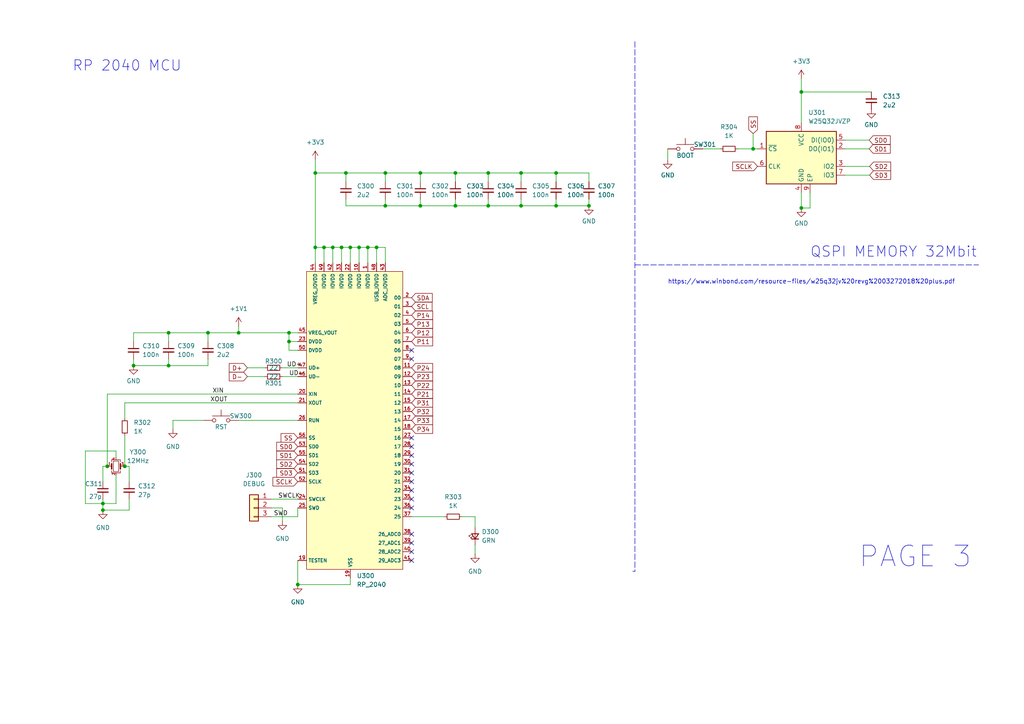
<source format=kicad_sch>
(kicad_sch (version 20211123) (generator eeschema)
  (paper "A4")
  (title_block (title "Gimble Board") (date "2022-07-04") (rev "0.2") (company "Emin Yaren"))
  (lib_symbols
    (symbol "Connector_Generic:Conn_01x03" (pin_names (offset 1.016) hide)
      (property "Reference" "J" (at 0 5.08 0))
      (property "Value" "Conn_01x03" (at 0 -5.08 0))
      (symbol "Conn_01x03_1_1"
        (rectangle (start -1.27 -2.413) (end 0 -2.667) (stroke (width 0.1524)))
        (rectangle (start -1.27 0.127) (end 0 -0.127) (stroke (width 0.1524)))
        (rectangle (start -1.27 2.667) (end 0 2.413) (stroke (width 0.1524)))
        (rectangle (start -1.27 3.81) (end 1.27 -3.81) (stroke (width 0.254)) (fill (type background)))
        (pin passive line (at -5.08 2.54 0) (length 3.81) (name "Pin_1") (number "1"))
        (pin passive line (at -5.08 0 0) (length 3.81) (name "Pin_2") (number "2"))
        (pin passive line (at -5.08 -2.54 0) (length 3.81) (name "Pin_3") (number "3"))
      )
    )
    (symbol "Device:C_Small" (pin_numbers hide) (pin_names (offset 0.254) hide)
      (property "Reference" "C" (at 0.254 1.778 0))
      (property "Value" "C_Small" (at 0.254 -2.032 0))
      (symbol "C_Small_0_1"
        (polyline (pts (xy -1.524 -0.508) (xy 1.524 -0.508)) (stroke (width 0.3302)))
        (polyline (pts (xy -1.524 0.508) (xy 1.524 0.508)) (stroke (width 0.3048)))
      )
      (symbol "C_Small_1_1"
        (pin passive line (at 0 2.54 270) (length 2.032) (name "~") (number "1"))
        (pin passive line (at 0 -2.54 90) (length 2.032) (name "~") (number "2"))
      )
    )
    (symbol "Device:Crystal_GND24_Small" (pin_names (offset 1.016) hide)
      (property "Reference" "Y" (at 1.27 4.445 0))
      (property "Value" "Crystal_GND24_Small" (at 1.27 2.54 0))
      (symbol "Crystal_GND24_Small_0_1"
        (rectangle (start -0.762 -1.524) (end 0.762 1.524))
        (polyline (pts (xy -1.27 -0.762) (xy -1.27 0.762)) (stroke (width 0.381)))
        (polyline (pts (xy 1.27 -0.762) (xy 1.27 0.762)) (stroke (width 0.381)))
        (polyline (pts (xy -1.27 -1.27) (xy -1.27 -1.905) (xy 1.27 -1.905) (xy 1.27 -1.27)))
        (polyline (pts (xy -1.27 1.27) (xy -1.27 1.905) (xy 1.27 1.905) (xy 1.27 1.27)))
      )
      (symbol "Crystal_GND24_Small_1_1"
        (pin passive line (at -2.54 0 0) (length 1.27) (name "1") (number "1"))
        (pin passive line (at 0 -2.54 90) (length 0.635) (name "2") (number "2"))
        (pin passive line (at 2.54 0 180) (length 1.27) (name "3") (number "3"))
        (pin passive line (at 0 2.54 270) (length 0.635) (name "4") (number "4"))
      )
    )
    (symbol "Device:LED_Small" (pin_numbers hide) (pin_names (offset 0.254) hide)
      (property "Reference" "D" (at -1.27 3.175 0))
      (property "Value" "LED_Small" (at -4.445 -2.54 0))
      (symbol "LED_Small_0_1"
        (polyline (pts (xy -0.762 -1.016) (xy -0.762 1.016)) (stroke (width 0.254)))
        (polyline (pts (xy 1.016 0) (xy -0.762 0)))
        (polyline (pts (xy 0.762 -1.016) (xy -0.762 0) (xy 0.762 1.016) (xy 0.762 -1.016)) (stroke (width 0.254)))
        (polyline (pts (xy 0 0.762) (xy -0.508 1.27) (xy -0.254 1.27) (xy -0.508 1.27) (xy -0.508 1.016)))
        (polyline (pts (xy 0.508 1.27) (xy 0 1.778) (xy 0.254 1.778) (xy 0 1.778) (xy 0 1.524)))
      )
      (symbol "LED_Small_1_1"
        (pin passive line (at -2.54 0 0) (length 1.778) (name "K") (number "1"))
        (pin passive line (at 2.54 0 180) (length 1.778) (name "A") (number "2"))
      )
    )
    (symbol "Device:R_Small" (pin_numbers hide) (pin_names (offset 0.254) hide)
      (property "Reference" "R" (at 0.762 0.508 0))
      (property "Value" "R_Small" (at 0.762 -1.016 0))
      (symbol "R_Small_0_1"
        (rectangle (start -0.762 1.778) (end 0.762 -1.778) (stroke (width 0.2032)))
      )
      (symbol "R_Small_1_1"
        (pin passive line (at 0 2.54 270) (length 0.762) (name "~") (number "1"))
        (pin passive line (at 0 -2.54 90) (length 0.762) (name "~") (number "2"))
      )
    )
    (symbol "MY_Library:RP_2040"
      (property "Reference" "U" (at 1.27 15.24 0))
      (property "Value" "RP_2040" (at 0 20.32 0))
      (symbol "RP_2040_0_1"
        (rectangle (start -12.7 40.64) (end 15.24 -45.72) (fill (type background)))
      )
      (symbol "RP_2040_1_1"
        (pin power_in line (at 5.08 43.18 270) (length 2.54) (name "IOVDD") (number "1"))
        (pin power_in line (at 2.54 43.18 270) (length 2.54) (name "IOVDD") (number "10"))
        (pin bidirectional line (at 17.78 12.7 180) (length 2.54) (name "08") (number "11"))
        (pin bidirectional line (at 17.78 10.16 180) (length 2.54) (name "09") (number "12"))
        (pin bidirectional line (at 17.78 7.62 180) (length 2.54) (name "10") (number "13"))
        (pin bidirectional line (at 17.78 5.08 180) (length 2.54) (name "11") (number "14"))
        (pin bidirectional line (at 17.78 2.54 180) (length 2.54) (name "12") (number "15"))
        (pin bidirectional line (at 17.78 0 180) (length 2.54) (name "13") (number "16"))
        (pin bidirectional line (at 17.78 -2.54 180) (length 2.54) (name "14") (number "17"))
        (pin bidirectional line (at 17.78 -5.08 180) (length 2.54) (name "15") (number "18"))
        (pin bidirectional line (at -15.24 -43.18 0) (length 2.54) (name "TESTEN") (number "19"))
        (pin power_in line (at 0 -48.26 90) (length 2.54) (name "VSS") (number "19"))
        (pin bidirectional line (at 17.78 33.02 180) (length 2.54) (name "00") (number "2"))
        (pin input line (at -15.24 5.08 0) (length 2.54) (name "XIN") (number "20"))
        (pin output line (at -15.24 2.54 0) (length 2.54) (name "XOUT") (number "21"))
        (pin power_in line (at 0 43.18 270) (length 2.54) (name "IOVDD") (number "22"))
        (pin power_in line (at -15.24 20.32 0) (length 2.54) (name "DVDD") (number "23"))
        (pin bidirectional line (at -15.24 -25.4 0) (length 2.54) (name "SWCLK") (number "24"))
        (pin bidirectional line (at -15.24 -27.94 0) (length 2.54) (name "SWD") (number "25"))
        (pin bidirectional line (at -15.24 -2.54 0) (length 2.54) (name "RUN") (number "26"))
        (pin bidirectional line (at 17.78 -7.62 180) (length 2.54) (name "16") (number "27"))
        (pin bidirectional line (at 17.78 -10.16 180) (length 2.54) (name "17") (number "28"))
        (pin bidirectional line (at 17.78 -12.7 180) (length 2.54) (name "18") (number "29"))
        (pin bidirectional line (at 17.78 30.48 180) (length 2.54) (name "01") (number "3"))
        (pin bidirectional line (at 17.78 -15.24 180) (length 2.54) (name "19") (number "30"))
        (pin bidirectional line (at 17.78 -17.78 180) (length 2.54) (name "20") (number "31"))
        (pin bidirectional line (at 17.78 -20.32 180) (length 2.54) (name "21") (number "32"))
        (pin power_in line (at -2.54 43.18 270) (length 2.54) (name "IOVDD") (number "33"))
        (pin bidirectional line (at 17.78 -22.86 180) (length 2.54) (name "22") (number "34"))
        (pin bidirectional line (at 17.78 -25.4 180) (length 2.54) (name "23") (number "35"))
        (pin bidirectional line (at 17.78 -27.94 180) (length 2.54) (name "24") (number "36"))
        (pin bidirectional line (at 17.78 -30.48 180) (length 2.54) (name "25") (number "37"))
        (pin bidirectional line (at 17.78 -35.56 180) (length 2.54) (name "26_ADC0") (number "38"))
        (pin bidirectional line (at 17.78 -38.1 180) (length 2.54) (name "27_ADC1") (number "39"))
        (pin bidirectional line (at 17.78 27.94 180) (length 2.54) (name "02") (number "4"))
        (pin bidirectional line (at 17.78 -40.64 180) (length 2.54) (name "28_ADC2") (number "40"))
        (pin bidirectional line (at 17.78 -43.18 180) (length 2.54) (name "29_ADC3") (number "41"))
        (pin power_in line (at -5.08 43.18 270) (length 2.54) (name "IOVDD") (number "42"))
        (pin power_in line (at 10.16 43.18 270) (length 2.54) (name "ADC_IOVDD") (number "43"))
        (pin power_in line (at -10.16 43.18 270) (length 2.54) (name "VREG_IOVDD") (number "44"))
        (pin power_out line (at -15.24 22.86 0) (length 2.54) (name "VREG_VOUT") (number "45"))
        (pin bidirectional line (at -15.24 10.16 0) (length 2.54) (name "UD-") (number "46"))
        (pin bidirectional line (at -15.24 12.7 0) (length 2.54) (name "UD+") (number "47"))
        (pin power_in line (at 7.62 43.18 270) (length 2.54) (name "USB_IOVDD") (number "48"))
        (pin power_in line (at -7.62 43.18 270) (length 2.54) (name "IOVDD") (number "49"))
        (pin bidirectional line (at 17.78 25.4 180) (length 2.54) (name "03") (number "5"))
        (pin power_in line (at -15.24 17.78 0) (length 2.54) (name "DVDD") (number "50"))
        (pin bidirectional line (at -15.24 -17.78 0) (length 2.54) (name "SD3") (number "51"))
        (pin bidirectional line (at -15.24 -20.32 0) (length 2.54) (name "SCLK") (number "52"))
        (pin bidirectional line (at -15.24 -10.16 0) (length 2.54) (name "SD0") (number "53"))
        (pin bidirectional line (at -15.24 -15.24 0) (length 2.54) (name "SD2") (number "54"))
        (pin bidirectional line (at -15.24 -12.7 0) (length 2.54) (name "SD1") (number "55"))
        (pin bidirectional line (at -15.24 -7.62 0) (length 2.54) (name "SS") (number "56"))
        (pin bidirectional line (at 17.78 22.86 180) (length 2.54) (name "04") (number "6"))
        (pin bidirectional line (at 17.78 20.32 180) (length 2.54) (name "05") (number "7"))
        (pin bidirectional line (at 17.78 17.78 180) (length 2.54) (name "06") (number "8"))
        (pin bidirectional line (at 17.78 15.24 180) (length 2.54) (name "07") (number "9"))
      )
    )
    (symbol "Memory_Flash:W25Q32JVZP"
      (property "Reference" "U" (at -8.89 8.89 0))
      (property "Value" "W25Q32JVZP" (at 7.62 8.89 0))
      (symbol "W25Q32JVZP_0_1"
        (rectangle (start -10.16 7.62) (end 10.16 -7.62) (stroke (width 0.254)) (fill (type background)))
      )
      (symbol "W25Q32JVZP_1_1"
        (pin input line (at -12.7 2.54 0) (length 2.54) (name "~{CS}") (number "1"))
        (pin bidirectional line (at 12.7 2.54 180) (length 2.54) (name "DO(IO1)") (number "2"))
        (pin bidirectional line (at 12.7 -2.54 180) (length 2.54) (name "IO2") (number "3"))
        (pin power_in line (at 0 -10.16 90) (length 2.54) (name "GND") (number "4"))
        (pin bidirectional line (at 12.7 5.08 180) (length 2.54) (name "DI(IO0)") (number "5"))
        (pin input line (at -12.7 -2.54 0) (length 2.54) (name "CLK") (number "6"))
        (pin bidirectional line (at 12.7 -5.08 180) (length 2.54) (name "IO3") (number "7"))
        (pin power_in line (at 0 10.16 270) (length 2.54) (name "VCC") (number "8"))
        (pin passive line (at 2.54 -10.16 90) (length 2.54) (name "EP") (number "9"))
      )
    )
    (symbol "Switch:SW_Push" (pin_numbers hide) (pin_names (offset 1.016) hide)
      (property "Reference" "SW" (at 1.27 2.54 0))
      (property "Value" "SW_Push" (at 0 -1.524 0))
      (symbol "SW_Push_0_1"
        (circle (center -2.032 0) (radius 0.508))
        (polyline (pts (xy 0 1.27) (xy 0 3.048)))
        (polyline (pts (xy 2.54 1.27) (xy -2.54 1.27)))
        (circle (center 2.032 0) (radius 0.508))
        (pin passive line (at -5.08 0 0) (length 2.54) (name "1") (number "1"))
        (pin passive line (at 5.08 0 180) (length 2.54) (name "2") (number "2"))
      )
    )
    (symbol "power:+1V1" (power) (pin_names (offset 0))
      (property "Value" "+1V1" (at 0 3.556 0))
      (symbol "+1V1_0_1"
        (polyline (pts (xy -0.762 1.27) (xy 0 2.54)))
        (polyline (pts (xy 0 0) (xy 0 2.54)))
        (polyline (pts (xy 0 2.54) (xy 0.762 1.27)))
      )
      (symbol "+1V1_1_1"
        (pin power_in line (at 0 0 90) (length 0) hide (name "+1V1") (number "1"))
      )
    )
    (symbol "power:+3V3" (power) (pin_names (offset 0))
      (property "Value" "+3V3" (at 0 3.556 0))
      (symbol "+3V3_0_1"
        (polyline (pts (xy -0.762 1.27) (xy 0 2.54)))
        (polyline (pts (xy 0 0) (xy 0 2.54)))
        (polyline (pts (xy 0 2.54) (xy 0.762 1.27)))
      )
      (symbol "+3V3_1_1"
        (pin power_in line (at 0 0 90) (length 0) hide (name "+3V3") (number "1"))
      )
    )
    (symbol "power:GND" (power) (pin_names (offset 0))
      (property "Value" "GND" (at 0 -3.81 0))
      (symbol "GND_0_1"
        (polyline (pts (xy 0 0) (xy 0 -1.27) (xy 1.27 -1.27) (xy 0 -2.54) (xy -1.27 -1.27) (xy 0 -1.27)))
      )
      (symbol "GND_1_1"
        (pin power_in line (at 0 0 270) (length 0) hide (name "GND") (number "1"))
      )
    )
  )
  (junction (at 106.68 71.755))
  (junction (at 96.52 71.755))
  (junction (at 31.115 135.255))
  (junction (at 132.08 50.165))
  (junction (at 132.08 59.69))
  (junction (at 83.82 99.06))
  (junction (at 99.06 71.755))
  (junction (at 232.41 60.325))
  (junction (at 232.41 26.67))
  (junction (at 93.98 71.755))
  (junction (at 109.22 71.755))
  (junction (at 29.845 146.05))
  (junction (at 48.895 96.52))
  (junction (at 36.195 135.255))
  (junction (at 60.325 96.52))
  (junction (at 91.44 50.165))
  (junction (at 91.44 71.755))
  (junction (at 141.605 59.69))
  (junction (at 100.33 50.165))
  (junction (at 69.215 96.52))
  (junction (at 111.76 59.69))
  (junction (at 161.29 59.69))
  (junction (at 218.44 43.18))
  (junction (at 151.13 59.69))
  (junction (at 121.92 50.165))
  (junction (at 170.815 59.69))
  (junction (at 48.895 106.045))
  (junction (at 104.14 71.755))
  (junction (at 86.36 169.545))
  (junction (at 151.13 50.165))
  (junction (at 161.29 50.165))
  (junction (at 29.845 147.955))
  (junction (at 111.76 50.165))
  (junction (at 141.605 50.165))
  (junction (at 83.82 96.52))
  (junction (at 121.92 59.69))
  (junction (at 101.6 71.755))
  (junction (at 38.735 106.045))
  (no_connect (at 119.38 162.56))
  (no_connect (at 119.38 160.02))
  (no_connect (at 119.38 137.16))
  (no_connect (at 119.38 139.7))
  (no_connect (at 119.38 142.24))
  (no_connect (at 119.38 144.78))
  (no_connect (at 119.38 147.32))
  (no_connect (at 119.38 154.94))
  (no_connect (at 119.38 134.62))
  (no_connect (at 119.38 127))
  (no_connect (at 119.38 129.54))
  (no_connect (at 119.38 132.08))
  (no_connect (at 119.38 157.48))
  (no_connect (at 119.38 104.14))
  (no_connect (at 119.38 101.6))
  (wire (pts (xy 48.895 106.045) (xy 48.895 104.14)))
  (wire (pts (xy 48.895 96.52) (xy 38.735 96.52)))
  (wire (pts (xy 203.835 43.18) (xy 208.915 43.18)))
  (wire (pts (xy 101.6 71.755) (xy 101.6 76.2)))
  (wire (pts (xy 36.195 121.285) (xy 36.195 116.84)))
  (wire (pts (xy 121.92 50.165) (xy 121.92 52.705)))
  (wire (pts (xy 111.76 71.755) (xy 111.76 76.2)))
  (wire (pts (xy 71.755 106.68) (xy 76.835 106.68)))
  (wire (pts (xy 132.08 59.69) (xy 132.08 57.785)))
  (wire (pts (xy 232.41 22.86) (xy 232.41 26.67)))
  (wire (pts (xy 29.845 139.7) (xy 29.845 135.255)))
  (wire (pts (xy 252.222 48.26) (xy 245.11 48.26)))
  (wire (pts (xy 60.325 96.52) (xy 48.895 96.52)))
  (wire (pts (xy 151.13 50.165) (xy 151.13 52.705)))
  (wire (pts (xy 29.845 147.955) (xy 37.465 147.955)))
  (wire (pts (xy 96.52 71.755) (xy 96.52 76.2)))
  (wire (pts (xy 161.29 50.165) (xy 161.29 52.705)))
  (wire (pts (xy 86.36 162.56) (xy 86.36 169.545)))
  (wire (pts (xy 141.605 59.69) (xy 151.13 59.69)))
  (wire (pts (xy 133.985 149.86) (xy 137.795 149.86)))
  (wire (pts (xy 83.82 99.06) (xy 83.82 101.6)))
  (wire (pts (xy 232.41 26.67) (xy 252.73 26.67)))
  (wire (pts (xy 252.222 50.8) (xy 245.11 50.8)))
  (wire (pts (xy 31.115 114.3) (xy 31.115 135.255)))
  (wire (pts (xy 83.82 99.06) (xy 86.36 99.06)))
  (wire (pts (xy 161.29 50.165) (xy 170.815 50.165)))
  (wire (pts (xy 60.325 106.045) (xy 48.895 106.045)))
  (wire (pts (xy 132.08 50.165) (xy 141.605 50.165)))
  (wire (pts (xy 33.655 132.715) (xy 33.655 130.81)))
  (polyline (pts (xy 184.15 76.835) (xy 283.845 76.835)))
  (wire (pts (xy 60.325 106.045) (xy 60.325 104.14)))
  (wire (pts (xy 141.605 50.165) (xy 141.605 52.705)))
  (wire (pts (xy 119.38 149.86) (xy 128.905 149.86)))
  (wire (pts (xy 104.14 71.755) (xy 106.68 71.755)))
  (wire (pts (xy 232.41 55.88) (xy 232.41 60.325)))
  (wire (pts (xy 101.6 71.755) (xy 104.14 71.755)))
  (wire (pts (xy 59.055 121.92) (xy 50.165 121.92)))
  (wire (pts (xy 161.29 59.69) (xy 170.815 59.69)))
  (wire (pts (xy 232.41 60.325) (xy 234.95 60.325)))
  (wire (pts (xy 33.655 137.795) (xy 33.655 146.05)))
  (wire (pts (xy 151.13 59.69) (xy 161.29 59.69)))
  (wire (pts (xy 81.915 151.13) (xy 81.915 147.32)))
  (wire (pts (xy 37.465 147.955) (xy 37.465 144.78)))
  (wire (pts (xy 106.68 71.755) (xy 106.68 76.2)))
  (wire (pts (xy 100.33 50.165) (xy 100.33 52.705)))
  (wire (pts (xy 36.195 116.84) (xy 86.36 116.84)))
  (wire (pts (xy 38.735 106.045) (xy 38.735 104.14)))
  (wire (pts (xy 232.41 26.67) (xy 232.41 35.56)))
  (wire (pts (xy 100.33 59.69) (xy 100.33 57.785)))
  (wire (pts (xy 111.76 50.165) (xy 111.76 52.705)))
  (wire (pts (xy 60.325 96.52) (xy 60.325 99.06)))
  (wire (pts (xy 111.76 59.69) (xy 111.76 57.785)))
  (wire (pts (xy 86.36 169.545) (xy 101.6 169.545)))
  (wire (pts (xy 93.98 71.755) (xy 93.98 76.2)))
  (polyline (pts (xy 184.15 12.065) (xy 184.15 165.735)))
  (wire (pts (xy 132.08 59.69) (xy 141.605 59.69)))
  (wire (pts (xy 161.29 59.69) (xy 161.29 57.785)))
  (wire (pts (xy 86.36 114.3) (xy 31.115 114.3)))
  (wire (pts (xy 245.11 43.18) (xy 252.095 43.18)))
  (wire (pts (xy 91.44 46.355) (xy 91.44 50.165)))
  (polyline (pts (xy 184.15 165.735) (xy 183.515 165.735)))
  (wire (pts (xy 101.6 169.545) (xy 101.6 167.64)))
  (wire (pts (xy 81.915 106.68) (xy 86.36 106.68)))
  (wire (pts (xy 48.895 96.52) (xy 48.895 99.06)))
  (wire (pts (xy 24.765 130.81) (xy 24.765 146.05)))
  (wire (pts (xy 48.895 106.045) (xy 38.735 106.045)))
  (wire (pts (xy 218.44 38.735) (xy 218.44 43.18)))
  (wire (pts (xy 91.44 50.165) (xy 100.33 50.165)))
  (wire (pts (xy 193.675 43.18) (xy 193.675 46.355)))
  (wire (pts (xy 99.06 71.755) (xy 101.6 71.755)))
  (wire (pts (xy 245.11 40.64) (xy 252.095 40.64)))
  (wire (pts (xy 121.92 59.69) (xy 132.08 59.69)))
  (wire (pts (xy 100.33 59.69) (xy 111.76 59.69)))
  (wire (pts (xy 36.195 135.255) (xy 36.195 126.365)))
  (wire (pts (xy 69.215 94.615) (xy 69.215 96.52)))
  (wire (pts (xy 141.605 59.69) (xy 141.605 57.785)))
  (wire (pts (xy 100.33 50.165) (xy 111.76 50.165)))
  (wire (pts (xy 69.215 96.52) (xy 60.325 96.52)))
  (wire (pts (xy 141.605 50.165) (xy 151.13 50.165)))
  (wire (pts (xy 137.795 158.115) (xy 137.795 160.655)))
  (wire (pts (xy 91.44 50.165) (xy 91.44 71.755)))
  (wire (pts (xy 121.92 50.165) (xy 132.08 50.165)))
  (wire (pts (xy 86.36 149.86) (xy 86.36 147.32)))
  (wire (pts (xy 69.215 96.52) (xy 83.82 96.52)))
  (wire (pts (xy 33.655 146.05) (xy 29.845 146.05)))
  (wire (pts (xy 50.165 121.92) (xy 50.165 124.46)))
  (wire (pts (xy 132.08 50.165) (xy 132.08 52.705)))
  (wire (pts (xy 218.44 43.18) (xy 219.71 43.18)))
  (wire (pts (xy 93.98 71.755) (xy 96.52 71.755)))
  (wire (pts (xy 109.22 71.755) (xy 111.76 71.755)))
  (wire (pts (xy 234.95 60.325) (xy 234.95 55.88)))
  (wire (pts (xy 81.915 147.32) (xy 78.74 147.32)))
  (wire (pts (xy 29.845 144.78) (xy 29.845 146.05)))
  (wire (pts (xy 83.82 96.52) (xy 83.82 99.06)))
  (wire (pts (xy 86.36 96.52) (xy 83.82 96.52)))
  (wire (pts (xy 151.13 50.165) (xy 161.29 50.165)))
  (wire (pts (xy 36.195 135.255) (xy 37.465 135.255)))
  (wire (pts (xy 91.44 76.2) (xy 91.44 71.755)))
  (wire (pts (xy 78.74 144.78) (xy 86.36 144.78)))
  (wire (pts (xy 29.845 146.05) (xy 29.845 147.955)))
  (wire (pts (xy 106.68 71.755) (xy 109.22 71.755)))
  (wire (pts (xy 78.74 149.86) (xy 86.36 149.86)))
  (wire (pts (xy 170.815 59.69) (xy 170.815 57.785)))
  (wire (pts (xy 91.44 71.755) (xy 93.98 71.755)))
  (wire (pts (xy 83.82 101.6) (xy 86.36 101.6)))
  (wire (pts (xy 137.795 149.86) (xy 137.795 153.035)))
  (wire (pts (xy 24.765 146.05) (xy 29.845 146.05)))
  (wire (pts (xy 29.845 135.255) (xy 31.115 135.255)))
  (wire (pts (xy 99.06 71.755) (xy 99.06 76.2)))
  (wire (pts (xy 109.22 71.755) (xy 109.22 76.2)))
  (wire (pts (xy 213.995 43.18) (xy 218.44 43.18)))
  (wire (pts (xy 111.76 59.69) (xy 121.92 59.69)))
  (wire (pts (xy 71.755 109.22) (xy 76.835 109.22)))
  (wire (pts (xy 111.76 50.165) (xy 121.92 50.165)))
  (wire (pts (xy 170.815 50.165) (xy 170.815 52.705)))
  (wire (pts (xy 104.14 71.755) (xy 104.14 76.2)))
  (wire (pts (xy 121.92 59.69) (xy 121.92 57.785)))
  (wire (pts (xy 37.465 139.7) (xy 37.465 135.255)))
  (wire (pts (xy 96.52 71.755) (xy 99.06 71.755)))
  (wire (pts (xy 69.215 121.92) (xy 86.36 121.92)))
  (wire (pts (xy 38.735 96.52) (xy 38.735 99.06)))
  (wire (pts (xy 81.915 109.22) (xy 86.36 109.22)))
  (wire (pts (xy 151.13 59.69) (xy 151.13 57.785)))
  (wire (pts (xy 33.655 130.81) (xy 24.765 130.81)))
  (text "QSPI MEMORY 32Mbit" (at 234.95 74.93 0) (effects (font (size 3 3)) (justify left bottom)))
  (text "PAGE 3" (at 248.92 165.1 0) (effects (font (size 6 6)) (justify left bottom)))
  (text "RP 2040 MCU" (at 20.955 20.955 0) (effects (font (size 3 3)) (justify left bottom)))
  (text "https://www.winbond.com/resource-files/w25q32jv%20revg%2003272018%20plus.pdf" (at 193.675 82.55 0) (effects (font (size 1.27 1.27)) (justify left bottom)))
  (label "XIN" (at 61.595 114.3 0))
  (label "SWCLK" (at 80.645 144.78 0))
  (label "UD+" (at 83.185 106.68 0))
  (label "XOUT" (at 60.96 116.84 0))
  (label "UD-" (at 83.82 109.22 0))
  (label "SWD" (at 79.375 149.86 0))
  (global_label "P24" (shape input) (at 119.38 106.68 0) (property "Intersheet References" "${INTERSHEET_REFS}" (effects hide)))
  (global_label "SD1" (shape input) (at 86.36 132.08 180) (property "Intersheet References" "${INTERSHEET_REFS}" (effects hide)))
  (global_label "P23" (shape input) (at 119.38 109.22 0) (property "Intersheet References" "${INTERSHEET_REFS}" (effects hide)))
  (global_label "P31" (shape input) (at 119.38 116.84 0) (property "Intersheet References" "${INTERSHEET_REFS}" (effects hide)))
  (global_label "P11" (shape input) (at 119.38 99.06 0) (property "Intersheet References" "${INTERSHEET_REFS}" (effects hide)))
  (global_label "SS" (shape input) (at 218.44 38.735 90) (property "Intersheet References" "${INTERSHEET_REFS}" (effects hide)))
  (global_label "SD0" (shape input) (at 86.36 129.54 180) (property "Intersheet References" "${INTERSHEET_REFS}" (effects hide)))
  (global_label "P21" (shape input) (at 119.38 114.3 0) (property "Intersheet References" "${INTERSHEET_REFS}" (effects hide)))
  (global_label "D-" (shape input) (at 71.755 109.22 180) (property "Intersheet References" "${INTERSHEET_REFS}" (effects hide)))
  (global_label "SS" (shape input) (at 86.36 127 180) (property "Intersheet References" "${INTERSHEET_REFS}" (effects hide)))
  (global_label "SDA" (shape input) (at 119.38 86.36 0) (property "Intersheet References" "${INTERSHEET_REFS}" (effects hide)))
  (global_label "SD3" (shape input) (at 252.222 50.8 0) (property "Intersheet References" "${INTERSHEET_REFS}" (effects hide)))
  (global_label "P34" (shape input) (at 119.38 124.46 0) (property "Intersheet References" "${INTERSHEET_REFS}" (effects hide)))
  (global_label "P33" (shape input) (at 119.38 121.92 0) (property "Intersheet References" "${INTERSHEET_REFS}" (effects hide)))
  (global_label "SD2" (shape input) (at 252.222 48.26 0) (property "Intersheet References" "${INTERSHEET_REFS}" (effects hide)))
  (global_label "P14" (shape input) (at 119.38 91.44 0) (property "Intersheet References" "${INTERSHEET_REFS}" (effects hide)))
  (global_label "SD2" (shape input) (at 86.36 134.62 180) (property "Intersheet References" "${INTERSHEET_REFS}" (effects hide)))
  (global_label "P13" (shape input) (at 119.38 93.98 0) (property "Intersheet References" "${INTERSHEET_REFS}" (effects hide)))
  (global_label "SCLK" (shape input) (at 219.71 48.26 180) (property "Intersheet References" "${INTERSHEET_REFS}" (effects hide)))
  (global_label "SCL" (shape input) (at 119.38 88.9 0) (property "Intersheet References" "${INTERSHEET_REFS}" (effects hide)))
  (global_label "D+" (shape input) (at 71.755 106.68 180) (property "Intersheet References" "${INTERSHEET_REFS}" (effects hide)))
  (global_label "SD0" (shape input) (at 252.095 40.64 0) (property "Intersheet References" "${INTERSHEET_REFS}" (effects hide)))
  (global_label "SD1" (shape input) (at 252.095 43.18 0) (property "Intersheet References" "${INTERSHEET_REFS}" (effects hide)))
  (global_label "SCLK" (shape input) (at 86.36 139.7 180) (property "Intersheet References" "${INTERSHEET_REFS}" (effects hide)))
  (global_label "SD3" (shape input) (at 86.36 137.16 180) (property "Intersheet References" "${INTERSHEET_REFS}" (effects hide)))
  (global_label "P22" (shape input) (at 119.38 111.76 0) (property "Intersheet References" "${INTERSHEET_REFS}" (effects hide)))
  (global_label "P32" (shape input) (at 119.38 119.38 0) (property "Intersheet References" "${INTERSHEET_REFS}" (effects hide)))
  (global_label "P12" (shape input) (at 119.38 96.52 0) (property "Intersheet References" "${INTERSHEET_REFS}" (effects hide)))
  (symbol (lib_id "Device:C_Small") (at 29.845 142.24 0) (mirror y) (unit 1)
    (property "Reference" "C311" (at 24.638 140.335 0) (effects (justify right)))
    (property "Value" "27p" (at 25.781 144.018 0) (effects (justify right)))
    (property "Footprint" "Capacitor_SMD:C_0402_1005Metric" (effects hide))
  )
  (symbol (lib_id "power:GND") (at 137.795 160.655 0) (unit 1)
    (property "Reference" "#PWR0116" (effects hide))
    (property "Value" "GND" (at 137.795 165.735 0))
  )
  (symbol (lib_id "Device:C_Small") (at 111.76 55.245 0) (unit 1)
    (property "Reference" "C301" (at 114.935 53.9812 0) (effects (justify left)))
    (property "Value" "100n" (at 114.935 56.5212 0) (effects (justify left)))
    (property "Footprint" "Capacitor_SMD:C_0402_1005Metric" (effects hide))
  )
  (symbol (lib_id "Switch:SW_Push") (at 64.135 121.92 0) (unit 1)
    (property "Reference" "SW300" (at 69.85 120.65 0))
    (property "Value" "RST" (at 64.135 123.825 0))
    (property "Footprint" "Button_Switch_SMD:SW_SPST_B3U-3000P" (effects hide))
  )
  (symbol (lib_id "power:GND") (at 232.41 60.325 0) (unit 1)
    (property "Reference" "#PWR0124" (effects hide))
    (property "Value" "GND" (at 232.41 64.77 0))
  )
  (symbol (lib_id "Device:C_Small") (at 170.815 55.245 0) (unit 1)
    (property "Reference" "C307" (at 173.355 53.9812 0) (effects (justify left)))
    (property "Value" "100n" (at 173.355 56.5212 0) (effects (justify left)))
    (property "Footprint" "Capacitor_SMD:C_0402_1005Metric" (effects hide))
  )
  (symbol (lib_id "power:GND") (at 81.915 151.13 0) (unit 1)
    (property "Reference" "#PWR0115" (effects hide))
    (property "Value" "GND" (at 81.915 156.21 0))
  )
  (symbol (lib_id "Device:C_Small") (at 37.465 142.24 0) (mirror y) (unit 1)
    (property "Reference" "C312" (at 40.005 140.9762 0) (effects (justify right)))
    (property "Value" "27p" (at 40.005 143.5162 0) (effects (justify right)))
    (property "Footprint" "Capacitor_SMD:C_0402_1005Metric" (effects hide))
  )
  (symbol (lib_id "Device:R_Small") (at 131.445 149.86 90) (unit 1)
    (property "Reference" "R303" (at 131.445 144.145 90))
    (property "Value" "1K" (at 131.445 146.685 90))
    (property "Footprint" "Resistor_SMD:R_0402_1005Metric" (effects hide))
  )
  (symbol (lib_id "Device:C_Small") (at 48.895 101.6 0) (mirror y) (unit 1)
    (property "Reference" "C309" (at 51.435 100.3362 0) (effects (justify right)))
    (property "Value" "100n" (at 51.435 102.8762 0) (effects (justify right)))
    (property "Footprint" "Capacitor_SMD:C_0402_1005Metric" (effects hide))
  )
  (symbol (lib_id "Connector_Generic:Conn_01x03") (at 73.66 147.32 0) (mirror y) (unit 1)
    (property "Reference" "J300" (at 73.66 137.795 0))
    (property "Value" "DEBUG" (at 73.66 140.335 0))
    (property "Footprint" "Connector_PinHeader_2.54mm:PinHeader_1x03_P2.54mm_Vertical" (effects hide))
  )
  (symbol (lib_id "Device:C_Small") (at 141.605 55.245 0) (unit 1)
    (property "Reference" "C304" (at 144.145 53.9812 0) (effects (justify left)))
    (property "Value" "100n" (at 144.145 56.5212 0) (effects (justify left)))
    (property "Footprint" "Capacitor_SMD:C_0402_1005Metric" (effects hide))
  )
  (symbol (lib_id "Device:C_Small") (at 161.29 55.245 0) (unit 1)
    (property "Reference" "C306" (at 164.465 53.9812 0) (effects (justify left)))
    (property "Value" "100n" (at 164.465 56.5212 0) (effects (justify left)))
    (property "Footprint" "Capacitor_SMD:C_0402_1005Metric" (effects hide))
  )
  (symbol (lib_id "power:GND") (at 86.36 169.545 0) (unit 1)
    (property "Reference" "#PWR0114" (effects hide))
    (property "Value" "GND" (at 86.36 174.625 0))
  )
  (symbol (lib_id "power:GND") (at 170.815 59.69 0) (unit 1)
    (property "Reference" "#PWR0125" (effects hide))
    (property "Value" "GND" (at 170.815 64.135 0))
  )
  (symbol (lib_id "Device:R_Small") (at 36.195 123.825 0) (unit 1)
    (property "Reference" "R302" (at 38.735 122.5549 0) (effects (justify left)))
    (property "Value" "1K" (at 38.735 125.0949 0) (effects (justify left)))
    (property "Footprint" "Resistor_SMD:R_0402_1005Metric" (effects hide))
  )
  (symbol (lib_id "Device:R_Small") (at 79.375 106.68 90) (unit 1)
    (property "Reference" "R300" (at 79.375 104.775 90))
    (property "Value" "22" (at 79.375 106.68 90))
    (property "Footprint" "Resistor_SMD:R_0402_1005Metric" (effects hide))
  )
  (symbol (lib_id "power:GND") (at 50.165 124.46 0) (unit 1)
    (property "Reference" "#PWR0119" (effects hide))
    (property "Value" "GND" (at 50.165 129.54 0))
  )
  (symbol (lib_id "Memory_Flash:W25Q32JVZP") (at 232.41 45.72 0) (unit 1)
    (property "Reference" "U301" (at 234.4294 32.639 0) (effects (justify left)))
    (property "Value" "W25Q32JVZP" (at 234.4294 35.179 0) (effects (justify left)))
    (property "Footprint" "Package_SON:WSON-8-1EP_6x5mm_P1.27mm_EP3.4x4.3mm" (effects hide))
    (property "Datasheet" "http://www.winbond.com/resource-files/w25q32jv%20revg%2003272018%20plus.pdf" (effects hide))
  )
  (symbol (lib_id "power:+3V3") (at 91.44 46.355 0) (unit 1)
    (property "Reference" "#PWR0117" (effects hide))
    (property "Value" "+3V3" (at 91.44 41.275 0))
  )
  (symbol (lib_id "Device:C_Small") (at 132.08 55.245 0) (unit 1)
    (property "Reference" "C303" (at 135.255 53.9812 0) (effects (justify left)))
    (property "Value" "100n" (at 135.255 56.5212 0) (effects (justify left)))
    (property "Footprint" "Capacitor_SMD:C_0402_1005Metric" (effects hide))
  )
  (symbol (lib_id "Device:C_Small") (at 121.92 55.245 0) (unit 1)
    (property "Reference" "C302" (at 125.095 53.9812 0) (effects (justify left)))
    (property "Value" "100n" (at 125.095 56.5212 0) (effects (justify left)))
    (property "Footprint" "Capacitor_SMD:C_0402_1005Metric" (effects hide))
  )
  (symbol (lib_id "Device:Crystal_GND24_Small") (at 33.655 135.255 0) (unit 1)
    (property "Reference" "Y300" (at 40.005 131.1148 0))
    (property "Value" "12MHz" (at 40.005 133.6548 0))
    (property "Footprint" "Crystal:Crystal_SMD_3225-4Pin_3.2x2.5mm" (effects hide))
  )
  (symbol (lib_id "power:+3V3") (at 232.41 22.86 0) (unit 1)
    (property "Reference" "#PWR0122" (effects hide))
    (property "Value" "+3V3" (at 232.41 17.78 0))
  )
  (symbol (lib_id "Device:R_Small") (at 211.455 43.18 90) (unit 1)
    (property "Reference" "R304" (at 211.455 36.83 90))
    (property "Value" "1K" (at 211.455 39.37 90))
    (property "Footprint" "Resistor_SMD:R_0402_1005Metric" (effects hide))
  )
  (symbol (lib_id "power:GND") (at 252.73 31.75 0) (unit 1)
    (property "Reference" "#PWR0123" (effects hide))
    (property "Value" "GND" (at 252.73 36.195 0))
  )
  (symbol (lib_id "power:+1V1") (at 69.215 94.615 0) (unit 1)
    (property "Reference" "#PWR0121" (effects hide))
    (property "Value" "+1V1" (at 69.215 89.535 0))
  )
  (symbol (lib_id "power:GND") (at 193.675 46.355 0) (unit 1)
    (property "Reference" "#PWR0140" (effects hide))
    (property "Value" "GND" (at 193.675 50.8 0))
  )
  (symbol (lib_id "Device:C_Small") (at 100.33 55.245 0) (unit 1)
    (property "Reference" "C300" (at 103.505 53.9812 0) (effects (justify left)))
    (property "Value" "2u2" (at 103.505 56.5212 0) (effects (justify left)))
    (property "Footprint" "Capacitor_SMD:C_0603_1608Metric" (effects hide))
  )
  (symbol (lib_id "Device:C_Small") (at 60.325 101.6 0) (mirror y) (unit 1)
    (property "Reference" "C308" (at 62.865 100.3362 0) (effects (justify right)))
    (property "Value" "2u2" (at 62.865 102.8762 0) (effects (justify right)))
    (property "Footprint" "Capacitor_SMD:C_0603_1608Metric" (effects hide))
  )
  (symbol (lib_id "Device:R_Small") (at 79.375 109.22 90) (unit 1)
    (property "Reference" "R301" (at 79.375 111.125 90))
    (property "Value" "22" (at 79.375 109.22 90))
    (property "Footprint" "Resistor_SMD:R_0402_1005Metric" (effects hide))
  )
  (symbol (lib_id "power:GND") (at 29.845 147.955 0) (unit 1)
    (property "Reference" "#PWR0118" (effects hide))
    (property "Value" "GND" (at 29.845 153.035 0))
  )
  (symbol (lib_id "power:GND") (at 38.735 106.045 0) (unit 1)
    (property "Reference" "#PWR0120" (effects hide))
    (property "Value" "GND" (at 38.735 110.49 0))
  )
  (symbol (lib_id "Device:C_Small") (at 252.73 29.21 0) (unit 1)
    (property "Reference" "C313" (at 256.032 27.9462 0) (effects (justify left)))
    (property "Value" "2u2" (at 256.032 30.4862 0) (effects (justify left)))
    (property "Footprint" "Capacitor_SMD:C_0603_1608Metric" (effects hide))
  )
  (symbol (lib_id "Device:LED_Small") (at 137.795 155.575 90) (unit 1)
    (property "Reference" "D300" (at 139.7 154.2414 90) (effects (justify right)))
    (property "Value" "GRN" (at 139.7 156.7814 90) (effects (justify right)))
    (property "Footprint" "LED_SMD:LED_0402_1005Metric" (effects hide))
  )
  (symbol (lib_id "MY_Library:RP_2040") (at 101.6 119.38 0) (unit 1)
    (property "Reference" "U300" (at 103.4709 167.005 0) (effects (justify left)))
    (property "Value" "RP_2040" (at 103.4709 169.545 0) (effects (justify left)))
    (property "Footprint" "MY_LIBRARY:RP_2040" (effects hide))
    (property "Datasheet" "https://datasheets.raspberrypi.com/rp2040/rp2040-datasheet.pdf" (effects hide))
  )
  (symbol (lib_id "Device:C_Small") (at 38.735 101.6 0) (mirror y) (unit 1)
    (property "Reference" "C310" (at 41.275 100.3362 0) (effects (justify right)))
    (property "Value" "100n" (at 41.275 102.8762 0) (effects (justify right)))
    (property "Footprint" "Capacitor_SMD:C_0402_1005Metric" (effects hide))
  )
  (symbol (lib_id "Switch:SW_Push") (at 198.755 43.18 0) (unit 1)
    (property "Reference" "SW301" (at 204.47 41.91 0))
    (property "Value" "BOOT" (at 198.755 45.085 0))
    (property "Footprint" "Button_Switch_SMD:SW_SPST_B3U-3000P" (effects hide))
  )
  (symbol (lib_id "Device:C_Small") (at 151.13 55.245 0) (unit 1)
    (property "Reference" "C305" (at 154.305 53.9812 0) (effects (justify left)))
    (property "Value" "100n" (at 154.305 56.5212 0) (effects (justify left)))
    (property "Footprint" "Capacitor_SMD:C_0402_1005Metric" (effects hide))
  )
)
</source>
